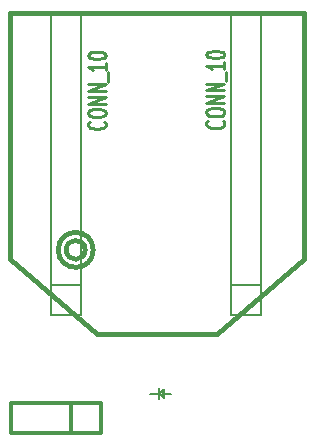
<source format=gbr>
%FSLAX46Y46*%
G04 Gerber Fmt 4.6, Leading zero omitted, Abs format (unit mm)*
G04 Created by KiCad (PCBNEW (2014-08-05 BZR 5054)-product) date Thu 27 Nov 2014 22:44:49 ACDT*
%MOMM*%
G01*
G04 APERTURE LIST*
%ADD10C,0.100000*%
%ADD11C,0.200000*%
%ADD12C,0.304800*%
%ADD13C,0.381000*%
%ADD14C,0.150000*%
%ADD15C,0.254000*%
G04 APERTURE END LIST*
D10*
D11*
X181000000Y-122000000D02*
X181000000Y-122300000D01*
X180700000Y-121700000D02*
X180700000Y-122600000D01*
X181100000Y-122200000D02*
X181700000Y-122200000D01*
X180800000Y-122200000D02*
X180700000Y-122200000D01*
X181100000Y-122500000D02*
X180800000Y-122200000D01*
X181100000Y-121800000D02*
X181100000Y-122500000D01*
X180700000Y-122200000D02*
X181100000Y-121800000D01*
X179900000Y-122200000D02*
X180700000Y-122200000D01*
D12*
X175810000Y-122930000D02*
X175810000Y-125470000D01*
X175810000Y-125470000D02*
X168190000Y-125470000D01*
X168190000Y-125470000D02*
X168190000Y-122930000D01*
X168190000Y-122930000D02*
X175810000Y-122930000D01*
X173270000Y-125470000D02*
X173270000Y-122930000D01*
D13*
X192946000Y-90942000D02*
X192946000Y-89926000D01*
X168054000Y-90942000D02*
X168054000Y-89926000D01*
X174445219Y-110000000D02*
G75*
G03X174445219Y-110000000I-803219J0D01*
G74*
G01*
X175123062Y-110000000D02*
G75*
G03X175123062Y-110000000I-1481062J0D01*
G74*
G01*
X192946000Y-90942000D02*
X192946000Y-110754000D01*
X168054000Y-110000000D02*
X168054000Y-110254000D01*
X168054000Y-90942000D02*
X168054000Y-110500000D01*
X192946000Y-89926000D02*
X168054000Y-89926000D01*
X168054000Y-110754000D02*
X175420000Y-117104000D01*
X192946000Y-110754000D02*
X185580000Y-117104000D01*
X185580000Y-117104000D02*
X175420000Y-117104000D01*
D14*
X189350000Y-115480000D02*
X186810000Y-115480000D01*
X186810000Y-115480000D02*
X186810000Y-90080000D01*
X186810000Y-90080000D02*
X189350000Y-90080000D01*
X189350000Y-90080000D02*
X189350000Y-115480000D01*
X189350000Y-112940000D02*
X186810000Y-112940000D01*
X174110000Y-115480000D02*
X171570000Y-115480000D01*
X171570000Y-115480000D02*
X171570000Y-90080000D01*
X171570000Y-90080000D02*
X174110000Y-90080000D01*
X174110000Y-90080000D02*
X174110000Y-115480000D01*
X174110000Y-112940000D02*
X171570000Y-112940000D01*
D15*
X186084286Y-99066762D02*
X186156857Y-99115143D01*
X186229429Y-99260286D01*
X186229429Y-99357048D01*
X186156857Y-99502190D01*
X186011714Y-99598952D01*
X185866571Y-99647333D01*
X185576286Y-99695714D01*
X185358571Y-99695714D01*
X185068286Y-99647333D01*
X184923143Y-99598952D01*
X184778000Y-99502190D01*
X184705429Y-99357048D01*
X184705429Y-99260286D01*
X184778000Y-99115143D01*
X184850571Y-99066762D01*
X184705429Y-98437809D02*
X184705429Y-98244286D01*
X184778000Y-98147524D01*
X184923143Y-98050762D01*
X185213429Y-98002381D01*
X185721429Y-98002381D01*
X186011714Y-98050762D01*
X186156857Y-98147524D01*
X186229429Y-98244286D01*
X186229429Y-98437809D01*
X186156857Y-98534571D01*
X186011714Y-98631333D01*
X185721429Y-98679714D01*
X185213429Y-98679714D01*
X184923143Y-98631333D01*
X184778000Y-98534571D01*
X184705429Y-98437809D01*
X186229429Y-97566952D02*
X184705429Y-97566952D01*
X186229429Y-96986381D01*
X184705429Y-96986381D01*
X186229429Y-96502571D02*
X184705429Y-96502571D01*
X186229429Y-95922000D01*
X184705429Y-95922000D01*
X186374571Y-95680095D02*
X186374571Y-94906000D01*
X186229429Y-94131905D02*
X186229429Y-94712476D01*
X186229429Y-94422190D02*
X184705429Y-94422190D01*
X184923143Y-94518952D01*
X185068286Y-94615714D01*
X185140857Y-94712476D01*
X184705429Y-93502952D02*
X184705429Y-93406191D01*
X184778000Y-93309429D01*
X184850571Y-93261048D01*
X184995714Y-93212667D01*
X185286000Y-93164286D01*
X185648857Y-93164286D01*
X185939143Y-93212667D01*
X186084286Y-93261048D01*
X186156857Y-93309429D01*
X186229429Y-93406191D01*
X186229429Y-93502952D01*
X186156857Y-93599714D01*
X186084286Y-93648095D01*
X185939143Y-93696476D01*
X185648857Y-93744857D01*
X185286000Y-93744857D01*
X184995714Y-93696476D01*
X184850571Y-93648095D01*
X184778000Y-93599714D01*
X184705429Y-93502952D01*
D12*
D15*
X176044286Y-99136762D02*
X176116857Y-99185143D01*
X176189429Y-99330286D01*
X176189429Y-99427048D01*
X176116857Y-99572190D01*
X175971714Y-99668952D01*
X175826571Y-99717333D01*
X175536286Y-99765714D01*
X175318571Y-99765714D01*
X175028286Y-99717333D01*
X174883143Y-99668952D01*
X174738000Y-99572190D01*
X174665429Y-99427048D01*
X174665429Y-99330286D01*
X174738000Y-99185143D01*
X174810571Y-99136762D01*
X174665429Y-98507809D02*
X174665429Y-98314286D01*
X174738000Y-98217524D01*
X174883143Y-98120762D01*
X175173429Y-98072381D01*
X175681429Y-98072381D01*
X175971714Y-98120762D01*
X176116857Y-98217524D01*
X176189429Y-98314286D01*
X176189429Y-98507809D01*
X176116857Y-98604571D01*
X175971714Y-98701333D01*
X175681429Y-98749714D01*
X175173429Y-98749714D01*
X174883143Y-98701333D01*
X174738000Y-98604571D01*
X174665429Y-98507809D01*
X176189429Y-97636952D02*
X174665429Y-97636952D01*
X176189429Y-97056381D01*
X174665429Y-97056381D01*
X176189429Y-96572571D02*
X174665429Y-96572571D01*
X176189429Y-95992000D01*
X174665429Y-95992000D01*
X176334571Y-95750095D02*
X176334571Y-94976000D01*
X176189429Y-94201905D02*
X176189429Y-94782476D01*
X176189429Y-94492190D02*
X174665429Y-94492190D01*
X174883143Y-94588952D01*
X175028286Y-94685714D01*
X175100857Y-94782476D01*
X174665429Y-93572952D02*
X174665429Y-93476191D01*
X174738000Y-93379429D01*
X174810571Y-93331048D01*
X174955714Y-93282667D01*
X175246000Y-93234286D01*
X175608857Y-93234286D01*
X175899143Y-93282667D01*
X176044286Y-93331048D01*
X176116857Y-93379429D01*
X176189429Y-93476191D01*
X176189429Y-93572952D01*
X176116857Y-93669714D01*
X176044286Y-93718095D01*
X175899143Y-93766476D01*
X175608857Y-93814857D01*
X175246000Y-93814857D01*
X174955714Y-93766476D01*
X174810571Y-93718095D01*
X174738000Y-93669714D01*
X174665429Y-93572952D01*
D12*
M02*

</source>
